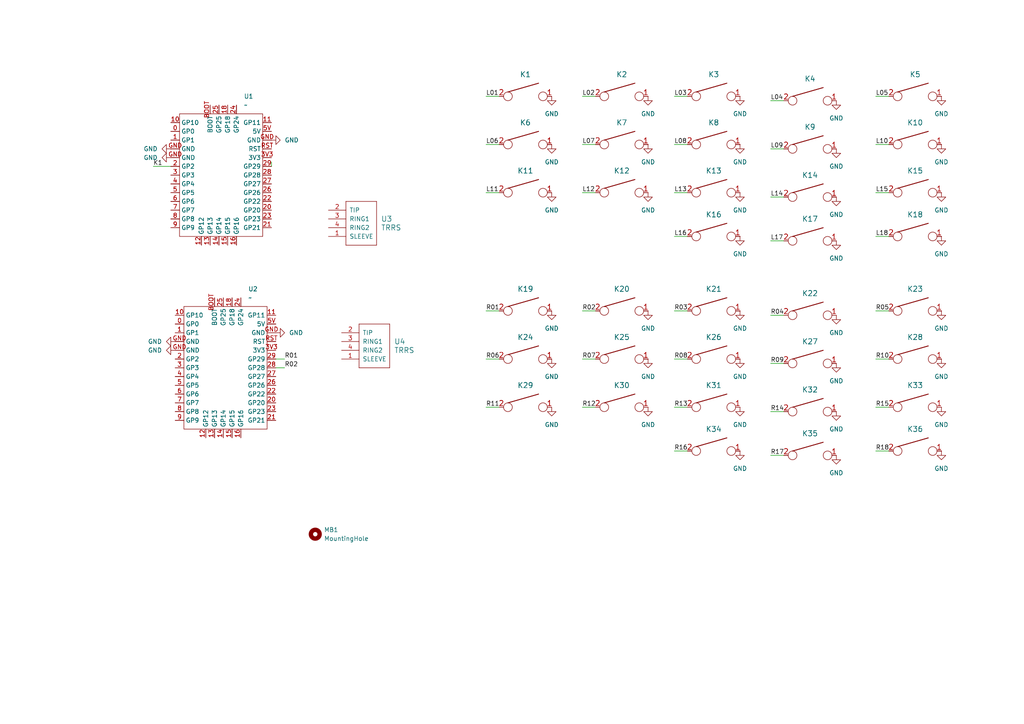
<source format=kicad_sch>
(kicad_sch (version 20250114) (generator "eeschema") (generator_version "9.0")
  (paper "A4")
  (lib_symbols
    (symbol "New_Library:MountingHole" (pin_names (offset 1.016))
      (property "Reference" "MB1" (at 2.54 1.2701 0))
      (property "Value" "MountingHole" (at 2.54 -1.2699 0))
      (symbol "MountingHole_0_1"
        (circle (center 0 0) (radius 1.27) (stroke (width 1.27)))
      )
    )
    (symbol "New_Library:pro_micro_rp2040"
      (property "Reference" "U" (at 0 1.27 0))
      (symbol "pro_micro_rp2040_0_1"
        (rectangle (start -11.43 17.78) (end 12.7 -17.78))
      )
      (symbol "pro_micro_rp2040_1_1"
        (pin bidirectional line (at -13.97 15.24 0) (length 2.54) (name "GP10") (number "10"))
        (pin bidirectional line (at -13.97 12.7 0) (length 2.54) (name "GP0") (number "0"))
        (pin bidirectional line (at -13.97 10.16 0) (length 2.54) (name "GP1") (number "1"))
        (pin unspecified line (at -13.97 7.62 0) (length 2.54) (name "GND") (number "GND"))
        (pin unspecified line (at -13.97 5.08 0) (length 2.54) (name "GND") (number "GND"))
        (pin bidirectional line (at -13.97 2.54 0) (length 2.54) (name "GP2") (number "2"))
        (pin bidirectional line (at -13.97 0 0) (length 2.54) (name "GP3") (number "3"))
        (pin bidirectional line (at -13.97 -2.54 0) (length 2.54) (name "GP4") (number "4"))
        (pin bidirectional line (at -13.97 -5.08 0) (length 2.54) (name "GP5") (number "5"))
        (pin bidirectional line (at -13.97 -7.62 0) (length 2.54) (name "GP6") (number "6"))
        (pin bidirectional line (at -13.97 -10.16 0) (length 2.54) (name "GP7") (number "7"))
        (pin bidirectional line (at -13.97 -12.7 0) (length 2.54) (name "GP8") (number "8"))
        (pin bidirectional line (at -13.97 -15.24 0) (length 2.54) (name "GP9") (number "9"))
        (pin bidirectional line (at -5.08 -20.32 90) (length 2.54) (name "GP12") (number "12"))
        (pin unspecified line (at -2.54 20.32 270) (length 2.54) (name "BOOT") (number "BOOT"))
        (pin bidirectional line (at -2.54 -20.32 90) (length 2.54) (name "GP13") (number "13"))
        (pin unspecified line (at 0 20.32 270) (length 2.54) (name "GP25") (number "25"))
        (pin bidirectional line (at 0 -20.32 90) (length 2.54) (name "GP14") (number "14"))
        (pin unspecified line (at 2.54 20.32 270) (length 2.54) (name "GP18") (number "18"))
        (pin bidirectional line (at 2.54 -20.32 90) (length 2.54) (name "GP15") (number "15"))
        (pin unspecified line (at 5.08 20.32 270) (length 2.54) (name "GP24") (number "24"))
        (pin bidirectional line (at 5.08 -20.32 90) (length 2.54) (name "GP16") (number "16"))
        (pin bidirectional line (at 15.24 15.24 180) (length 2.54) (name "GP11") (number "11"))
        (pin unspecified line (at 15.24 12.7 180) (length 2.54) (name "5V") (number "5V"))
        (pin unspecified line (at 15.24 10.16 180) (length 2.54) (name "GND") (number "GND"))
        (pin unspecified line (at 15.24 7.62 180) (length 2.54) (name "RST") (number "RST"))
        (pin unspecified line (at 15.24 5.08 180) (length 2.54) (name "3V3") (number "3V3"))
        (pin bidirectional line (at 15.24 2.54 180) (length 2.54) (name "GP29") (number "29"))
        (pin bidirectional line (at 15.24 0 180) (length 2.54) (name "GP28") (number "28"))
        (pin bidirectional line (at 15.24 -2.54 180) (length 2.54) (name "GP27") (number "27"))
        (pin bidirectional line (at 15.24 -5.08 180) (length 2.54) (name "GP26") (number "26"))
        (pin bidirectional line (at 15.24 -7.62 180) (length 2.54) (name "GP22") (number "22"))
        (pin bidirectional line (at 15.24 -10.16 180) (length 2.54) (name "GP20") (number "20"))
        (pin bidirectional line (at 15.24 -12.7 180) (length 2.54) (name "GP23") (number "23"))
        (pin bidirectional line (at 15.24 -15.24 180) (length 2.54) (name "GP21") (number "21"))
      )
    )
    (symbol "keebio:TRRS" (pin_names (offset 1.016))
      (property "Reference" "U" (at 0 15.24 0))
      (property "Value" "TRRS" (at 0 -2.54 0))
      (symbol "TRRS_0_1"
        (rectangle (start -3.81 12.7) (end 5.08 12.7))
        (rectangle (start -3.81 0) (end -3.81 12.7))
        (rectangle (start 5.08 12.7) (end 5.08 0))
        (rectangle (start 5.08 0) (end -3.81 0))
      )
      (symbol "TRRS_1_1"
        (pin input line (at -8.89 10.16 0) (length 5.08) (name "TIP") (number "2"))
        (pin input line (at -8.89 7.62 0) (length 5.08) (name "RING1") (number "3"))
        (pin input line (at -8.89 5.08 0) (length 5.08) (name "RING2") (number "4"))
        (pin input line (at -8.89 2.54 0) (length 5.08) (name "SLEEVE") (number "1"))
      )
    )
    (symbol "keysymbol:KEYSW" (pin_names (offset 1.016))
      (property "Reference" "K00" (at 0 6.35 0))
      (symbol "KEYSW_0_1"
        (polyline (pts (xy -5.08 1.27) (xy 3.81 3.81)) (stroke (width 0.254)))
        (circle (center -5.08 0) (radius 1.27))
        (circle (center 5.08 0) (radius 1.27))
      )
      (symbol "KEYSW_1_1"
        (pin passive line (at -7.62 0 0) (length 1.27) (name "~") (number "2"))
        (pin passive line (at 7.62 0 180) (length 1.27) (name "~") (number "1"))
      )
    )
    (symbol "power:GND" (power) (pin_numbers (hide yes)) (pin_names (offset 0) (hide yes))
      (property "Value" "GND" (at 0 -3.81 0))
      (symbol "GND_0_1"
        (polyline (pts (xy 0 0) (xy 0 -1.27) (xy 1.27 -1.27) (xy 0 -2.54) (xy -1.27 -1.27) (xy 0 -1.27)))
      )
      (symbol "GND_1_1"
        (pin power_in line (at 0 0 270) (length 0) (name "~") (number "1"))
      )
    )
    (symbol "pro_micro_rp2040_1"
      (property "Reference" "U" (at 0 1.27 0))
      (symbol "pro_micro_rp2040_1_0_1"
        (rectangle (start -11.43 17.78) (end 12.7 -17.78))
      )
      (symbol "pro_micro_rp2040_1_1_1"
        (pin bidirectional line (at -13.97 15.24 0) (length 2.54) (name "GP10") (number "10"))
        (pin bidirectional line (at -13.97 12.7 0) (length 2.54) (name "GP0") (number "0"))
        (pin bidirectional line (at -13.97 10.16 0) (length 2.54) (name "GP1") (number "1"))
        (pin unspecified line (at -13.97 7.62 0) (length 2.54) (name "GND") (number "GND"))
        (pin unspecified line (at -13.97 5.08 0) (length 2.54) (name "GND") (number "GND"))
        (pin bidirectional line (at -13.97 2.54 0) (length 2.54) (name "GP2") (number "2"))
        (pin bidirectional line (at -13.97 0 0) (length 2.54) (name "GP3") (number "3"))
        (pin bidirectional line (at -13.97 -2.54 0) (length 2.54) (name "GP4") (number "4"))
        (pin bidirectional line (at -13.97 -5.08 0) (length 2.54) (name "GP5") (number "5"))
        (pin bidirectional line (at -13.97 -7.62 0) (length 2.54) (name "GP6") (number "6"))
        (pin bidirectional line (at -13.97 -10.16 0) (length 2.54) (name "GP7") (number "7"))
        (pin bidirectional line (at -13.97 -12.7 0) (length 2.54) (name "GP8") (number "8"))
        (pin bidirectional line (at -13.97 -15.24 0) (length 2.54) (name "GP9") (number "9"))
        (pin bidirectional line (at -5.08 -20.32 90) (length 2.54) (name "GP12") (number "12"))
        (pin unspecified line (at -2.54 20.32 270) (length 2.54) (name "BOOT") (number "BOOT"))
        (pin bidirectional line (at -2.54 -20.32 90) (length 2.54) (name "GP13") (number "13"))
        (pin unspecified line (at 0 20.32 270) (length 2.54) (name "GP25") (number "25"))
        (pin bidirectional line (at 0 -20.32 90) (length 2.54) (name "GP14") (number "14"))
        (pin unspecified line (at 2.54 20.32 270) (length 2.54) (name "GP18") (number "18"))
        (pin bidirectional line (at 2.54 -20.32 90) (length 2.54) (name "GP15") (number "15"))
        (pin unspecified line (at 5.08 20.32 270) (length 2.54) (name "GP24") (number "24"))
        (pin bidirectional line (at 5.08 -20.32 90) (length 2.54) (name "GP16") (number "16"))
        (pin bidirectional line (at 15.24 15.24 180) (length 2.54) (name "GP11") (number "11"))
        (pin unspecified line (at 15.24 12.7 180) (length 2.54) (name "5V") (number "5V"))
        (pin unspecified line (at 15.24 10.16 180) (length 2.54) (name "GND") (number "GND"))
        (pin unspecified line (at 15.24 7.62 180) (length 2.54) (name "RST") (number "RST"))
        (pin unspecified line (at 15.24 5.08 180) (length 2.54) (name "3V3") (number "3V3"))
        (pin bidirectional line (at 15.24 2.54 180) (length 2.54) (name "GP29") (number "29"))
        (pin bidirectional line (at 15.24 0 180) (length 2.54) (name "GP28") (number "28"))
        (pin bidirectional line (at 15.24 -2.54 180) (length 2.54) (name "GP27") (number "27"))
        (pin bidirectional line (at 15.24 -5.08 180) (length 2.54) (name "GP26") (number "26"))
        (pin bidirectional line (at 15.24 -7.62 180) (length 2.54) (name "GP22") (number "22"))
        (pin bidirectional line (at 15.24 -10.16 180) (length 2.54) (name "GP20") (number "20"))
        (pin bidirectional line (at 15.24 -12.7 180) (length 2.54) (name "GP23") (number "23"))
        (pin bidirectional line (at 15.24 -15.24 180) (length 2.54) (name "GP21") (number "21"))
      )
    )
  )
  (wire (pts (xy 254 118.11) (xy 257.81 118.11)))
  (wire (pts (xy 254 104.14) (xy 257.81 104.14)))
  (wire (pts (xy 195.58 41.91) (xy 199.39 41.91)))
  (wire (pts (xy 254 41.91) (xy 257.81 41.91)))
  (wire (pts (xy 254 130.81) (xy 257.81 130.81)))
  (wire (pts (xy 168.91 55.88) (xy 172.72 55.88)))
  (wire (pts (xy 140.97 90.17) (xy 144.78 90.17)))
  (wire (pts (xy 195.58 68.58) (xy 199.39 68.58)))
  (wire (pts (xy 44.45 48.26) (xy 49.53 48.26)))
  (wire (pts (xy 223.52 132.08) (xy 227.33 132.08)))
  (wire (pts (xy 140.97 27.94) (xy 144.78 27.94)))
  (wire (pts (xy 223.52 69.85) (xy 227.33 69.85)))
  (wire (pts (xy 168.91 104.14) (xy 172.72 104.14)))
  (wire (pts (xy 223.52 57.15) (xy 227.33 57.15)))
  (wire (pts (xy 223.52 105.41) (xy 227.33 105.41)))
  (wire (pts (xy 254 68.58) (xy 257.81 68.58)))
  (wire (pts (xy 168.91 27.94) (xy 172.72 27.94)))
  (wire (pts (xy 254 90.17) (xy 257.81 90.17)))
  (wire (pts (xy 223.52 91.44) (xy 227.33 91.44)))
  (wire (pts (xy 140.97 118.11) (xy 144.78 118.11)))
  (wire (pts (xy 140.97 41.91) (xy 144.78 41.91)))
  (wire (pts (xy 195.58 104.14) (xy 199.39 104.14)))
  (wire (pts (xy 254 27.94) (xy 257.81 27.94)))
  (wire (pts (xy 195.58 90.17) (xy 199.39 90.17)))
  (wire (pts (xy 223.52 119.38) (xy 227.33 119.38)))
  (wire (pts (xy 140.97 55.88) (xy 144.78 55.88)))
  (wire (pts (xy 168.91 90.17) (xy 172.72 90.17)))
  (wire (pts (xy 195.58 55.88) (xy 199.39 55.88)))
  (wire (pts (xy 223.52 43.18) (xy 227.33 43.18)))
  (wire (pts (xy 195.58 27.94) (xy 199.39 27.94)))
  (wire (pts (xy 254 55.88) (xy 257.81 55.88)))
  (wire (pts (xy 168.91 118.11) (xy 172.72 118.11)))
  (wire (pts (xy 80.01 106.68) (xy 82.55 106.68)))
  (wire (pts (xy 80.01 104.14) (xy 82.55 104.14)))
  (wire (pts (xy 78.74 46.99) (xy 78.74 48.26)))
  (wire (pts (xy 195.58 130.81) (xy 199.39 130.81)))
  (wire (pts (xy 140.97 104.14) (xy 144.78 104.14)))
  (wire (pts (xy 223.52 29.21) (xy 227.33 29.21)))
  (wire (pts (xy 195.58 118.11) (xy 199.39 118.11)))
  (wire (pts (xy 168.91 41.91) (xy 172.72 41.91)))
  (label "R02" (at 168.91 90.17 0))
  (label "R11" (at 140.97 118.11 0))
  (label "R12" (at 168.91 118.11 0))
  (label "L17" (at 223.52 69.85 0))
  (label "L12" (at 168.91 55.88 0))
  (label "L05" (at 254 27.94 0))
  (label "R10" (at 254 104.14 0))
  (label "L10" (at 254 41.91 0))
  (label "L11" (at 140.97 55.88 0))
  (label "R04" (at 223.52 91.44 0))
  (label "L03" (at 195.58 27.94 0))
  (label "L13" (at 195.58 55.88 0))
  (label "R13" (at 195.58 118.11 0))
  (label "L04" (at 223.52 29.21 0))
  (label "L08" (at 195.58 41.91 0))
  (label "R02" (at 82.55 106.68 0))
  (label "L14" (at 223.52 57.15 0))
  (label "" (at 129.54 48.26 0))
  (label "R09" (at 223.52 105.41 0))
  (label "R03" (at 195.58 90.17 0))
  (label "L18" (at 254 68.58 0))
  (label "R07" (at 168.91 104.14 0))
  (label "L01" (at 140.97 27.94 0))
  (label "R17" (at 223.52 132.08 0))
  (label "L02" (at 168.91 27.94 0))
  (label "R08" (at 195.58 104.14 0))
  (label "R16" (at 195.58 130.81 0))
  (label "R18" (at 254 130.81 0))
  (label "R14" (at 223.52 119.38 0))
  (label "R01" (at 140.97 90.17 0))
  (label "L15" (at 254 55.88 0))
  (label "L09" (at 223.52 43.18 0))
  (label "L06" (at 140.97 41.91 0))
  (label "R05" (at 254 90.17 0))
  (label "K1" (at 44.45 48.26 0))
  (label "R01" (at 82.55 104.14 0))
  (label "R06" (at 140.97 104.14 0))
  (label "L16" (at 195.58 68.58 0))
  (label "L07" (at 168.91 41.91 0))
  (label "R15" (at 254 118.11 0))
  (symbol (lib_id "power:GND") (at 187.96 118.11 0) (unit 1)
    (property "Reference" "#PWR039" (effects (hide yes)))
    (property "Value" "GND" (at 187.96 123.19 0))
    (property "Description" "Power symbol creates a global label with name \"GND\" , ground" (effects (hide yes)))
  )
  (symbol (lib_id "New_Library:MountingHole") (at 91.44 154.94 0) (unit 1)
    (property "Reference" "MB1" (at 93.98 153.6699 0) (effects (justify left)))
    (property "Value" "MountingHole" (at 93.98 156.2099 0) (effects (justify left)))
    (property "Footprint" "Library:MountingHole_2.2mm_M2-8mm" (effects (hide yes)))
  )
  (symbol (lib_id "power:GND") (at 187.96 90.17 0) (unit 1)
    (property "Reference" "#PWR037" (effects (hide yes)))
    (property "Value" "GND" (at 187.96 95.25 0))
    (property "Description" "Power symbol creates a global label with name \"GND\" , ground" (effects (hide yes)))
  )
  (symbol (lib_id "power:GND") (at 214.63 27.94 0) (unit 1)
    (property "Reference" "#PWR013" (effects (hide yes)))
    (property "Value" "GND" (at 214.63 33.02 0))
    (property "Description" "Power symbol creates a global label with name \"GND\" , ground" (effects (hide yes)))
  )
  (symbol (lib_id "keysymbol:KEYSW") (at 152.4 27.94 0) (unit 1)
    (property "Reference" "K1" (at 152.4 21.59 0) (effects (font (size 1.524 1.524))))
    (property "Value" "KEYSW" (effects (hide yes)))
    (property "Footprint" "Library:Kailh_socket_PG1350" (effects (hide yes)))
  )
  (symbol (lib_id "power:GND") (at 214.63 118.11 0) (unit 1)
    (property "Reference" "#PWR034" (effects (hide yes)))
    (property "Value" "GND" (at 214.63 123.19 0))
    (property "Description" "Power symbol creates a global label with name \"GND\" , ground" (effects (hide yes)))
  )
  (symbol (lib_id "keysymbol:KEYSW") (at 265.43 104.14 0) (unit 1)
    (property "Reference" "K28" (at 265.43 97.79 0) (effects (font (size 1.524 1.524))))
    (property "Value" "KEYSW" (effects (hide yes)))
    (property "Footprint" "Library:Kailh_socket_PG1350" (effects (hide yes)))
  )
  (symbol (lib_id "keysymbol:KEYSW") (at 207.01 27.94 0) (unit 1)
    (property "Reference" "K3" (at 207.01 21.59 0) (effects (font (size 1.524 1.524))))
    (property "Value" "KEYSW" (effects (hide yes)))
    (property "Footprint" "Library:Kailh_socket_PG1350" (effects (hide yes)))
  )
  (symbol (lib_id "power:GND") (at 160.02 55.88 0) (unit 1)
    (property "Reference" "#PWR09" (effects (hide yes)))
    (property "Value" "GND" (at 160.02 60.96 0))
    (property "Description" "Power symbol creates a global label with name \"GND\" , ground" (effects (hide yes)))
  )
  (symbol (lib_id "keysymbol:KEYSW") (at 265.43 55.88 0) (unit 1)
    (property "Reference" "K15" (at 265.43 49.53 0) (effects (font (size 1.524 1.524))))
    (property "Value" "KEYSW" (effects (hide yes)))
    (property "Footprint" "Library:Kailh_socket_PG1350" (effects (hide yes)))
  )
  (symbol (lib_name "pro_micro_rp2040_1") (lib_id "New_Library:pro_micro_rp2040") (at 64.77 106.68 0) (unit 1)
    (property "Reference" "U2" (at 71.9933 83.82 0) (effects (justify left)))
    (property "Value" "~" (at 71.9933 86.36 0) (effects (justify left)))
    (property "Footprint" "Library:pro_micro_rp2040" (effects (hide yes)))
  )
  (symbol (lib_id "keysymbol:KEYSW") (at 180.34 27.94 0) (unit 1)
    (property "Reference" "K2" (at 180.34 21.59 0) (effects (font (size 1.524 1.524))))
    (property "Value" "KEYSW" (effects (hide yes)))
    (property "Footprint" "Library:Kailh_socket_PG1350" (effects (hide yes)))
  )
  (symbol (lib_id "keysymbol:KEYSW") (at 152.4 104.14 0) (unit 1)
    (property "Reference" "K24" (at 152.4 97.79 0) (effects (font (size 1.524 1.524))))
    (property "Value" "KEYSW" (effects (hide yes)))
    (property "Footprint" "Library:Kailh_socket_PG1350" (effects (hide yes)))
  )
  (symbol (lib_id "power:GND") (at 187.96 41.91 0) (unit 1)
    (property "Reference" "#PWR011" (effects (hide yes)))
    (property "Value" "GND" (at 187.96 46.99 0))
    (property "Description" "Power symbol creates a global label with name \"GND\" , ground" (effects (hide yes)))
  )
  (symbol (lib_id "power:GND") (at 242.57 91.44 0) (unit 1)
    (property "Reference" "#PWR029" (effects (hide yes)))
    (property "Value" "GND" (at 242.57 96.52 0))
    (property "Description" "Power symbol creates a global label with name \"GND\" , ground" (effects (hide yes)))
  )
  (symbol (lib_id "keysymbol:KEYSW") (at 234.95 57.15 0) (unit 1)
    (property "Reference" "K14" (at 234.95 50.8 0) (effects (font (size 1.524 1.524))))
    (property "Value" "KEYSW" (effects (hide yes)))
    (property "Footprint" "Library:Kailh_socket_PG1350" (effects (hide yes)))
  )
  (symbol (lib_id "keysymbol:KEYSW") (at 152.4 55.88 0) (unit 1)
    (property "Reference" "K11" (at 152.4 49.53 0) (effects (font (size 1.524 1.524))))
    (property "Value" "KEYSW" (effects (hide yes)))
    (property "Footprint" "Library:Kailh_socket_PG1350" (effects (hide yes)))
  )
  (symbol (lib_id "power:GND") (at 214.63 41.91 0) (unit 1)
    (property "Reference" "#PWR014" (effects (hide yes)))
    (property "Value" "GND" (at 214.63 46.99 0))
    (property "Description" "Power symbol creates a global label with name \"GND\" , ground" (effects (hide yes)))
  )
  (symbol (lib_id "power:GND") (at 242.57 69.85 0) (unit 1)
    (property "Reference" "#PWR020" (effects (hide yes)))
    (property "Value" "GND" (at 242.57 74.93 0))
    (property "Description" "Power symbol creates a global label with name \"GND\" , ground" (effects (hide yes)))
  )
  (symbol (lib_id "power:GND") (at 273.05 68.58 0) (unit 1)
    (property "Reference" "#PWR024" (effects (hide yes)))
    (property "Value" "GND" (at 273.05 73.66 0))
    (property "Description" "Power symbol creates a global label with name \"GND\" , ground" (effects (hide yes)))
  )
  (symbol (lib_id "keysymbol:KEYSW") (at 180.34 41.91 0) (unit 1)
    (property "Reference" "K7" (at 180.34 35.56 0) (effects (font (size 1.524 1.524))))
    (property "Value" "KEYSW" (effects (hide yes)))
    (property "Footprint" "Library:Kailh_socket_PG1350" (effects (hide yes)))
  )
  (symbol (lib_id "keysymbol:KEYSW") (at 265.43 68.58 0) (unit 1)
    (property "Reference" "K18" (at 265.43 62.23 0) (effects (font (size 1.524 1.524))))
    (property "Value" "KEYSW" (effects (hide yes)))
    (property "Footprint" "Library:Kailh_socket_PG1350" (effects (hide yes)))
  )
  (symbol (lib_id "keebio:TRRS") (at 107.95 106.68 0) (unit 1)
    (property "Reference" "U4" (at 114.3 99.0599 0) (effects (font (size 1.524 1.524)) (justify left)))
    (property "Value" "TRRS" (at 114.3 101.5999 0) (effects (font (size 1.524 1.524)) (justify left)))
    (property "Footprint" "Keebio-Parts:TRRS-PJ-320A" (effects (hide yes)))
  )
  (symbol (lib_id "power:GND") (at 160.02 27.94 0) (unit 1)
    (property "Reference" "#PWR07" (effects (hide yes)))
    (property "Value" "GND" (at 160.02 33.02 0))
    (property "Description" "Power symbol creates a global label with name \"GND\" , ground" (effects (hide yes)))
  )
  (symbol (lib_id "power:GND") (at 242.57 119.38 0) (unit 1)
    (property "Reference" "#PWR031" (effects (hide yes)))
    (property "Value" "GND" (at 242.57 124.46 0))
    (property "Description" "Power symbol creates a global label with name \"GND\" , ground" (effects (hide yes)))
  )
  (symbol (lib_id "power:GND") (at 273.05 41.91 0) (unit 1)
    (property "Reference" "#PWR022" (effects (hide yes)))
    (property "Value" "GND" (at 273.05 46.99 0))
    (property "Description" "Power symbol creates a global label with name \"GND\" , ground" (effects (hide yes)))
  )
  (symbol (lib_id "keysymbol:KEYSW") (at 152.4 41.91 0) (unit 1)
    (property "Reference" "K6" (at 152.4 35.56 0) (effects (font (size 1.524 1.524))))
    (property "Value" "KEYSW" (effects (hide yes)))
    (property "Footprint" "Library:Kailh_socket_PG1350" (effects (hide yes)))
  )
  (symbol (lib_id "power:GND") (at 50.8 99.06 270) (unit 1)
    (property "Reference" "#PWR05" (effects (hide yes)))
    (property "Value" "GND" (at 46.99 99.0601 90) (effects (justify right)))
    (property "Description" "Power symbol creates a global label with name \"GND\" , ground" (effects (hide yes)))
  )
  (symbol (lib_id "keysymbol:KEYSW") (at 207.01 104.14 0) (unit 1)
    (property "Reference" "K26" (at 207.01 97.79 0) (effects (font (size 1.524 1.524))))
    (property "Value" "KEYSW" (effects (hide yes)))
    (property "Footprint" "Library:Kailh_socket_PG1350" (effects (hide yes)))
  )
  (symbol (lib_id "power:GND") (at 273.05 130.81 0) (unit 1)
    (property "Reference" "#PWR025" (effects (hide yes)))
    (property "Value" "GND" (at 273.05 135.89 0))
    (property "Description" "Power symbol creates a global label with name \"GND\" , ground" (effects (hide yes)))
  )
  (symbol (lib_id "power:GND") (at 160.02 41.91 0) (unit 1)
    (property "Reference" "#PWR08" (effects (hide yes)))
    (property "Value" "GND" (at 160.02 46.99 0))
    (property "Description" "Power symbol creates a global label with name \"GND\" , ground" (effects (hide yes)))
  )
  (symbol (lib_id "keysymbol:KEYSW") (at 207.01 55.88 0) (unit 1)
    (property "Reference" "K13" (at 207.01 49.53 0) (effects (font (size 1.524 1.524))))
    (property "Value" "KEYSW" (effects (hide yes)))
    (property "Footprint" "Library:Kailh_socket_PG1350" (effects (hide yes)))
  )
  (symbol (lib_id "power:GND") (at 214.63 68.58 0) (unit 1)
    (property "Reference" "#PWR016" (effects (hide yes)))
    (property "Value" "GND" (at 214.63 73.66 0))
    (property "Description" "Power symbol creates a global label with name \"GND\" , ground" (effects (hide yes)))
  )
  (symbol (lib_id "keysymbol:KEYSW") (at 207.01 68.58 0) (unit 1)
    (property "Reference" "K16" (at 207.01 62.23 0) (effects (font (size 1.524 1.524))))
    (property "Value" "KEYSW" (effects (hide yes)))
    (property "Footprint" "Library:Kailh_socket_PG1350" (effects (hide yes)))
  )
  (symbol (lib_id "keysymbol:KEYSW") (at 265.43 90.17 0) (unit 1)
    (property "Reference" "K23" (at 265.43 83.82 0) (effects (font (size 1.524 1.524))))
    (property "Value" "KEYSW" (effects (hide yes)))
    (property "Footprint" "Library:Kailh_socket_PG1350" (effects (hide yes)))
  )
  (symbol (lib_id "keysymbol:KEYSW") (at 234.95 119.38 0) (unit 1)
    (property "Reference" "K32" (at 234.95 113.03 0) (effects (font (size 1.524 1.524))))
    (property "Value" "KEYSW" (effects (hide yes)))
    (property "Footprint" "Library:Kailh_socket_PG1350" (effects (hide yes)))
  )
  (symbol (lib_id "power:GND") (at 214.63 90.17 0) (unit 1)
    (property "Reference" "#PWR036" (effects (hide yes)))
    (property "Value" "GND" (at 214.63 95.25 0))
    (property "Description" "Power symbol creates a global label with name \"GND\" , ground" (effects (hide yes)))
  )
  (symbol (lib_id "power:GND") (at 49.53 45.72 270) (unit 1)
    (property "Reference" "#PWR03" (effects (hide yes)))
    (property "Value" "GND" (at 45.72 45.7201 90) (effects (justify right)))
    (property "Description" "Power symbol creates a global label with name \"GND\" , ground" (effects (hide yes)))
  )
  (symbol (lib_id "keysymbol:KEYSW") (at 207.01 41.91 0) (unit 1)
    (property "Reference" "K8" (at 207.01 35.56 0) (effects (font (size 1.524 1.524))))
    (property "Value" "KEYSW" (effects (hide yes)))
    (property "Footprint" "Library:Kailh_socket_PG1350" (effects (hide yes)))
  )
  (symbol (lib_id "power:GND") (at 187.96 55.88 0) (unit 1)
    (property "Reference" "#PWR010" (effects (hide yes)))
    (property "Value" "GND" (at 187.96 60.96 0))
    (property "Description" "Power symbol creates a global label with name \"GND\" , ground" (effects (hide yes)))
  )
  (symbol (lib_id "keysymbol:KEYSW") (at 207.01 130.81 0) (unit 1)
    (property "Reference" "K34" (at 207.01 124.46 0) (effects (font (size 1.524 1.524))))
    (property "Value" "KEYSW" (effects (hide yes)))
    (property "Footprint" "Library:Kailh_socket_PG1350" (effects (hide yes)))
  )
  (symbol (lib_id "power:GND") (at 273.05 118.11 0) (unit 1)
    (property "Reference" "#PWR026" (effects (hide yes)))
    (property "Value" "GND" (at 273.05 123.19 0))
    (property "Description" "Power symbol creates a global label with name \"GND\" , ground" (effects (hide yes)))
  )
  (symbol (lib_id "power:GND") (at 78.74 40.64 90) (unit 1)
    (property "Reference" "#PWR01" (effects (hide yes)))
    (property "Value" "GND" (at 82.55 40.6399 90) (effects (justify right)))
    (property "Description" "Power symbol creates a global label with name \"GND\" , ground" (effects (hide yes)))
  )
  (symbol (lib_id "keysymbol:KEYSW") (at 265.43 27.94 0) (unit 1)
    (property "Reference" "K5" (at 265.43 21.59 0) (effects (font (size 1.524 1.524))))
    (property "Value" "KEYSW" (effects (hide yes)))
    (property "Footprint" "Library:Kailh_socket_PG1350" (effects (hide yes)))
  )
  (symbol (lib_id "power:GND") (at 80.01 96.52 90) (unit 1)
    (property "Reference" "#PWR04" (effects (hide yes)))
    (property "Value" "GND" (at 83.82 96.5199 90) (effects (justify right)))
    (property "Description" "Power symbol creates a global label with name \"GND\" , ground" (effects (hide yes)))
  )
  (symbol (lib_id "keysymbol:KEYSW") (at 234.95 29.21 0) (unit 1)
    (property "Reference" "K4" (at 234.95 22.86 0) (effects (font (size 1.524 1.524))))
    (property "Value" "KEYSW" (effects (hide yes)))
    (property "Footprint" "Library:Kailh_socket_PG1350" (effects (hide yes)))
  )
  (symbol (lib_id "New_Library:pro_micro_rp2040") (at 63.5 50.8 0) (unit 1)
    (property "Reference" "U1" (at 70.7233 27.94 0) (effects (justify left)))
    (property "Value" "~" (at 70.7233 30.48 0) (effects (justify left)))
    (property "Footprint" "Library:pro_micro_rp2040" (effects (hide yes)))
  )
  (symbol (lib_id "power:GND") (at 160.02 90.17 0) (unit 1)
    (property "Reference" "#PWR040" (effects (hide yes)))
    (property "Value" "GND" (at 160.02 95.25 0))
    (property "Description" "Power symbol creates a global label with name \"GND\" , ground" (effects (hide yes)))
  )
  (symbol (lib_id "keysymbol:KEYSW") (at 180.34 118.11 0) (unit 1)
    (property "Reference" "K30" (at 180.34 111.76 0) (effects (font (size 1.524 1.524))))
    (property "Value" "KEYSW" (effects (hide yes)))
    (property "Footprint" "Library:Kailh_socket_PG1350" (effects (hide yes)))
  )
  (symbol (lib_id "power:GND") (at 273.05 90.17 0) (unit 1)
    (property "Reference" "#PWR028" (effects (hide yes)))
    (property "Value" "GND" (at 273.05 95.25 0))
    (property "Description" "Power symbol creates a global label with name \"GND\" , ground" (effects (hide yes)))
  )
  (symbol (lib_id "keysymbol:KEYSW") (at 152.4 118.11 0) (unit 1)
    (property "Reference" "K29" (at 152.4 111.76 0) (effects (font (size 1.524 1.524))))
    (property "Value" "KEYSW" (effects (hide yes)))
    (property "Footprint" "Library:Kailh_socket_PG1350" (effects (hide yes)))
  )
  (symbol (lib_id "power:GND") (at 273.05 27.94 0) (unit 1)
    (property "Reference" "#PWR021" (effects (hide yes)))
    (property "Value" "GND" (at 273.05 33.02 0))
    (property "Description" "Power symbol creates a global label with name \"GND\" , ground" (effects (hide yes)))
  )
  (symbol (lib_id "keysymbol:KEYSW") (at 265.43 130.81 0) (unit 1)
    (property "Reference" "K36" (at 265.43 124.46 0) (effects (font (size 1.524 1.524))))
    (property "Value" "KEYSW" (effects (hide yes)))
    (property "Footprint" "Library:Kailh_socket_PG1350" (effects (hide yes)))
  )
  (symbol (lib_id "keysymbol:KEYSW") (at 207.01 90.17 0) (unit 1)
    (property "Reference" "K21" (at 207.01 83.82 0) (effects (font (size 1.524 1.524))))
    (property "Value" "KEYSW" (effects (hide yes)))
    (property "Footprint" "Library:Kailh_socket_PG1350" (effects (hide yes)))
  )
  (symbol (lib_id "power:GND") (at 242.57 105.41 0) (unit 1)
    (property "Reference" "#PWR030" (effects (hide yes)))
    (property "Value" "GND" (at 242.57 110.49 0))
    (property "Description" "Power symbol creates a global label with name \"GND\" , ground" (effects (hide yes)))
  )
  (symbol (lib_id "power:GND") (at 273.05 55.88 0) (unit 1)
    (property "Reference" "#PWR023" (effects (hide yes)))
    (property "Value" "GND" (at 273.05 60.96 0))
    (property "Description" "Power symbol creates a global label with name \"GND\" , ground" (effects (hide yes)))
  )
  (symbol (lib_id "power:GND") (at 273.05 104.14 0) (unit 1)
    (property "Reference" "#PWR027" (effects (hide yes)))
    (property "Value" "GND" (at 273.05 109.22 0))
    (property "Description" "Power symbol creates a global label with name \"GND\" , ground" (effects (hide yes)))
  )
  (symbol (lib_id "power:GND") (at 242.57 29.21 0) (unit 1)
    (property "Reference" "#PWR017" (effects (hide yes)))
    (property "Value" "GND" (at 242.57 34.29 0))
    (property "Description" "Power symbol creates a global label with name \"GND\" , ground" (effects (hide yes)))
  )
  (symbol (lib_id "power:GND") (at 50.8 101.6 270) (unit 1)
    (property "Reference" "#PWR06" (effects (hide yes)))
    (property "Value" "GND" (at 46.99 101.6001 90) (effects (justify right)))
    (property "Description" "Power symbol creates a global label with name \"GND\" , ground" (effects (hide yes)))
  )
  (symbol (lib_id "keysymbol:KEYSW") (at 234.95 43.18 0) (unit 1)
    (property "Reference" "K9" (at 234.95 36.83 0) (effects (font (size 1.524 1.524))))
    (property "Value" "KEYSW" (effects (hide yes)))
    (property "Footprint" "Library:Kailh_socket_PG1350" (effects (hide yes)))
  )
  (symbol (lib_id "power:GND") (at 160.02 118.11 0) (unit 1)
    (property "Reference" "#PWR042" (effects (hide yes)))
    (property "Value" "GND" (at 160.02 123.19 0))
    (property "Description" "Power symbol creates a global label with name \"GND\" , ground" (effects (hide yes)))
  )
  (symbol (lib_id "keysymbol:KEYSW") (at 180.34 55.88 0) (unit 1)
    (property "Reference" "K12" (at 180.34 49.53 0) (effects (font (size 1.524 1.524))))
    (property "Value" "KEYSW" (effects (hide yes)))
    (property "Footprint" "Library:Kailh_socket_PG1350" (effects (hide yes)))
  )
  (symbol (lib_id "keysymbol:KEYSW") (at 152.4 90.17 0) (unit 1)
    (property "Reference" "K19" (at 152.4 83.82 0) (effects (font (size 1.524 1.524))))
    (property "Value" "KEYSW" (effects (hide yes)))
    (property "Footprint" "Library:Kailh_socket_PG1350" (effects (hide yes)))
  )
  (symbol (lib_id "keysymbol:KEYSW") (at 180.34 104.14 0) (unit 1)
    (property "Reference" "K25" (at 180.34 97.79 0) (effects (font (size 1.524 1.524))))
    (property "Value" "KEYSW" (effects (hide yes)))
    (property "Footprint" "Library:Kailh_socket_PG1350" (effects (hide yes)))
  )
  (symbol (lib_id "power:GND") (at 160.02 104.14 0) (unit 1)
    (property "Reference" "#PWR041" (effects (hide yes)))
    (property "Value" "GND" (at 160.02 109.22 0))
    (property "Description" "Power symbol creates a global label with name \"GND\" , ground" (effects (hide yes)))
  )
  (symbol (lib_id "keysymbol:KEYSW") (at 180.34 90.17 0) (unit 1)
    (property "Reference" "K20" (at 180.34 83.82 0) (effects (font (size 1.524 1.524))))
    (property "Value" "KEYSW" (effects (hide yes)))
    (property "Footprint" "Library:Kailh_socket_PG1350" (effects (hide yes)))
  )
  (symbol (lib_id "power:GND") (at 214.63 104.14 0) (unit 1)
    (property "Reference" "#PWR035" (effects (hide yes)))
    (property "Value" "GND" (at 214.63 109.22 0))
    (property "Description" "Power symbol creates a global label with name \"GND\" , ground" (effects (hide yes)))
  )
  (symbol (lib_id "keebio:TRRS") (at 104.14 71.12 0) (unit 1)
    (property "Reference" "U3" (at 110.49 63.4999 0) (effects (font (size 1.524 1.524)) (justify left)))
    (property "Value" "TRRS" (at 110.49 66.0399 0) (effects (font (size 1.524 1.524)) (justify left)))
    (property "Footprint" "Keebio-Parts:TRRS-PJ-320A" (effects (hide yes)))
  )
  (symbol (lib_id "keysymbol:KEYSW") (at 265.43 41.91 0) (unit 1)
    (property "Reference" "K10" (at 265.43 35.56 0) (effects (font (size 1.524 1.524))))
    (property "Value" "KEYSW" (effects (hide yes)))
    (property "Footprint" "Library:Kailh_socket_PG1350" (effects (hide yes)))
  )
  (symbol (lib_id "power:GND") (at 214.63 55.88 0) (unit 1)
    (property "Reference" "#PWR015" (effects (hide yes)))
    (property "Value" "GND" (at 214.63 60.96 0))
    (property "Description" "Power symbol creates a global label with name \"GND\" , ground" (effects (hide yes)))
  )
  (symbol (lib_id "keysymbol:KEYSW") (at 234.95 132.08 0) (unit 1)
    (property "Reference" "K35" (at 234.95 125.73 0) (effects (font (size 1.524 1.524))))
    (property "Value" "KEYSW" (effects (hide yes)))
    (property "Footprint" "Library:Kailh_socket_PG1350" (effects (hide yes)))
  )
  (symbol (lib_id "power:GND") (at 187.96 104.14 0) (unit 1)
    (property "Reference" "#PWR038" (effects (hide yes)))
    (property "Value" "GND" (at 187.96 109.22 0))
    (property "Description" "Power symbol creates a global label with name \"GND\" , ground" (effects (hide yes)))
  )
  (symbol (lib_id "power:GND") (at 242.57 132.08 0) (unit 1)
    (property "Reference" "#PWR032" (effects (hide yes)))
    (property "Value" "GND" (at 242.57 137.16 0))
    (property "Description" "Power symbol creates a global label with name \"GND\" , ground" (effects (hide yes)))
  )
  (symbol (lib_id "keysymbol:KEYSW") (at 207.01 118.11 0) (unit 1)
    (property "Reference" "K31" (at 207.01 111.76 0) (effects (font (size 1.524 1.524))))
    (property "Value" "KEYSW" (effects (hide yes)))
    (property "Footprint" "Library:Kailh_socket_PG1350" (effects (hide yes)))
  )
  (symbol (lib_id "keysymbol:KEYSW") (at 234.95 69.85 0) (unit 1)
    (property "Reference" "K17" (at 234.95 63.5 0) (effects (font (size 1.524 1.524))))
    (property "Value" "KEYSW" (effects (hide yes)))
    (property "Footprint" "Library:Kailh_socket_PG1350" (effects (hide yes)))
  )
  (symbol (lib_id "power:GND") (at 214.63 130.81 0) (unit 1)
    (property "Reference" "#PWR033" (effects (hide yes)))
    (property "Value" "GND" (at 214.63 135.89 0))
    (property "Description" "Power symbol creates a global label with name \"GND\" , ground" (effects (hide yes)))
  )
  (symbol (lib_id "power:GND") (at 242.57 43.18 0) (unit 1)
    (property "Reference" "#PWR018" (effects (hide yes)))
    (property "Value" "GND" (at 242.57 48.26 0))
    (property "Description" "Power symbol creates a global label with name \"GND\" , ground" (effects (hide yes)))
  )
  (symbol (lib_id "keysymbol:KEYSW") (at 234.95 105.41 0) (unit 1)
    (property "Reference" "K27" (at 234.95 99.06 0) (effects (font (size 1.524 1.524))))
    (property "Value" "KEYSW" (effects (hide yes)))
    (property "Footprint" "Library:Kailh_socket_PG1350" (effects (hide yes)))
  )
  (symbol (lib_id "power:GND") (at 242.57 57.15 0) (unit 1)
    (property "Reference" "#PWR019" (effects (hide yes)))
    (property "Value" "GND" (at 242.57 62.23 0))
    (property "Description" "Power symbol creates a global label with name \"GND\" , ground" (effects (hide yes)))
  )
  (symbol (lib_id "keysymbol:KEYSW") (at 234.95 91.44 0) (unit 1)
    (property "Reference" "K22" (at 234.95 85.09 0) (effects (font (size 1.524 1.524))))
    (property "Value" "KEYSW" (effects (hide yes)))
    (property "Footprint" "Library:Kailh_socket_PG1350" (effects (hide yes)))
  )
  (symbol (lib_id "power:GND") (at 187.96 27.94 0) (unit 1)
    (property "Reference" "#PWR012" (effects (hide yes)))
    (property "Value" "GND" (at 187.96 33.02 0))
    (property "Description" "Power symbol creates a global label with name \"GND\" , ground" (effects (hide yes)))
  )
  (symbol (lib_id "power:GND") (at 49.53 43.18 270) (unit 1)
    (property "Reference" "#PWR02" (effects (hide yes)))
    (property "Value" "GND" (at 45.72 43.1801 90) (effects (justify right)))
    (property "Description" "Power symbol creates a global label with name \"GND\" , ground" (effects (hide yes)))
  )
  (symbol (lib_id "keysymbol:KEYSW") (at 265.43 118.11 0) (unit 1)
    (property "Reference" "K33" (at 265.43 111.76 0) (effects (font (size 1.524 1.524))))
    (property "Value" "KEYSW" (effects (hide yes)))
    (property "Footprint" "Library:Kailh_socket_PG1350" (effects (hide yes)))
  )
)
</source>
